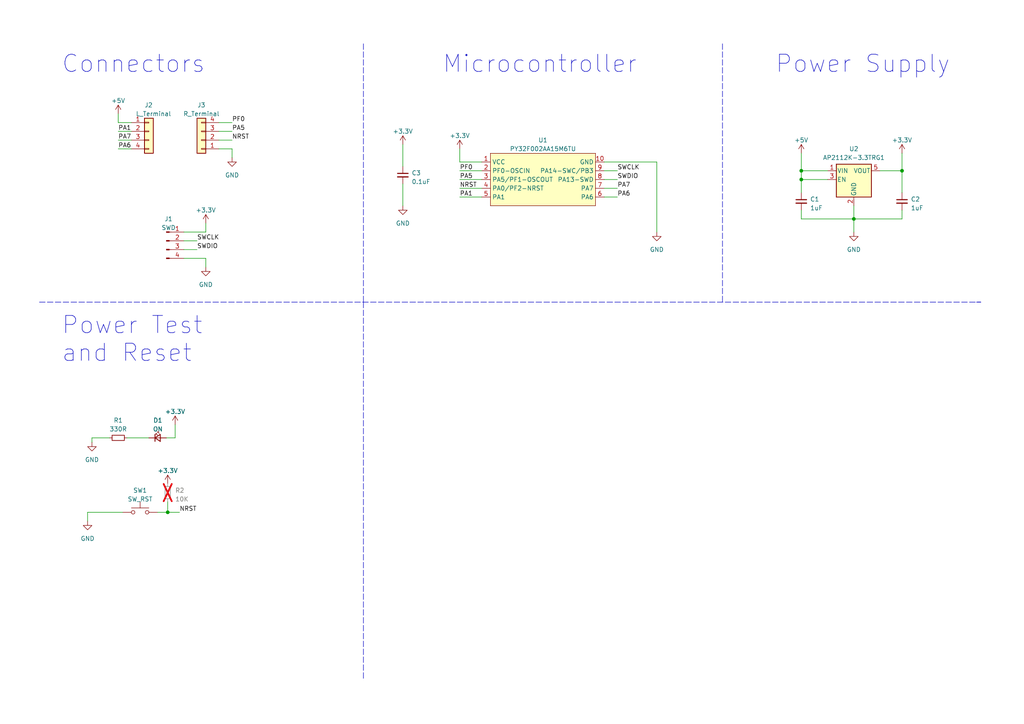
<source format=kicad_sch>
(kicad_sch (version 20230121) (generator eeschema)
  (paper "A4")
  (title_block (title "PUYA Board Prototype") (date "2023-05-17") (rev "1.0") (company "Electronic Cats") (comment 3 "Andrea Zavala G"))
  (lib_symbols
    (symbol "Connector:Conn_01x04_Pin" (pin_names (offset 1.016) hide)
      (property "Reference" "J" (at 0 5.08 0))
      (property "Value" "Conn_01x04_Pin" (at 0 -7.62 0))
      (symbol "Conn_01x04_Pin_1_1"
        (polyline (pts (xy 1.27 -5.08) (xy 0.8636 -5.08)) (stroke (width 0.1524)))
        (polyline (pts (xy 1.27 -2.54) (xy 0.8636 -2.54)) (stroke (width 0.1524)))
        (polyline (pts (xy 1.27 0) (xy 0.8636 0)) (stroke (width 0.1524)))
        (polyline (pts (xy 1.27 2.54) (xy 0.8636 2.54)) (stroke (width 0.1524)))
        (rectangle (start 0.8636 -4.953) (end 0 -5.207) (stroke (width 0.1524)) (fill (type outline)))
        (rectangle (start 0.8636 -2.413) (end 0 -2.667) (stroke (width 0.1524)) (fill (type outline)))
        (rectangle (start 0.8636 0.127) (end 0 -0.127) (stroke (width 0.1524)) (fill (type outline)))
        (rectangle (start 0.8636 2.667) (end 0 2.413) (stroke (width 0.1524)) (fill (type outline)))
        (pin passive line (at 5.08 2.54 180) (length 3.81) (name "Pin_1") (number "1"))
        (pin passive line (at 5.08 0 180) (length 3.81) (name "Pin_2") (number "2"))
        (pin passive line (at 5.08 -2.54 180) (length 3.81) (name "Pin_3") (number "3"))
        (pin passive line (at 5.08 -5.08 180) (length 3.81) (name "Pin_4") (number "4"))
      )
    )
    (symbol "Connector_Generic:Conn_01x04" (pin_names (offset 1.016) hide)
      (property "Reference" "J" (at 0 5.08 0))
      (property "Value" "Conn_01x04" (at 0 -7.62 0))
      (symbol "Conn_01x04_1_1"
        (rectangle (start -1.27 -4.953) (end 0 -5.207) (stroke (width 0.1524)))
        (rectangle (start -1.27 -2.413) (end 0 -2.667) (stroke (width 0.1524)))
        (rectangle (start -1.27 0.127) (end 0 -0.127) (stroke (width 0.1524)))
        (rectangle (start -1.27 2.667) (end 0 2.413) (stroke (width 0.1524)))
        (rectangle (start -1.27 3.81) (end 1.27 -6.35) (stroke (width 0.254)) (fill (type background)))
        (pin passive line (at -5.08 2.54 0) (length 3.81) (name "Pin_1") (number "1"))
        (pin passive line (at -5.08 0 0) (length 3.81) (name "Pin_2") (number "2"))
        (pin passive line (at -5.08 -2.54 0) (length 3.81) (name "Pin_3") (number "3"))
        (pin passive line (at -5.08 -5.08 0) (length 3.81) (name "Pin_4") (number "4"))
      )
    )
    (symbol "Device:C_Small" (pin_numbers hide) (pin_names (offset 0.254) hide)
      (property "Reference" "C" (at 0.254 1.778 0))
      (property "Value" "C_Small" (at 0.254 -2.032 0))
      (symbol "C_Small_0_1"
        (polyline (pts (xy -1.524 -0.508) (xy 1.524 -0.508)) (stroke (width 0.3302)))
        (polyline (pts (xy -1.524 0.508) (xy 1.524 0.508)) (stroke (width 0.3048)))
      )
      (symbol "C_Small_1_1"
        (pin passive line (at 0 2.54 270) (length 2.032) (name "~") (number "1"))
        (pin passive line (at 0 -2.54 90) (length 2.032) (name "~") (number "2"))
      )
    )
    (symbol "Device:LED_Small" (pin_numbers hide) (pin_names (offset 0.254) hide)
      (property "Reference" "D" (at -1.27 3.175 0))
      (property "Value" "LED_Small" (at -4.445 -2.54 0))
      (symbol "LED_Small_0_1"
        (polyline (pts (xy -0.762 -1.016) (xy -0.762 1.016)) (stroke (width 0.254)))
        (polyline (pts (xy 1.016 0) (xy -0.762 0)))
        (polyline (pts (xy 0.762 -1.016) (xy -0.762 0) (xy 0.762 1.016) (xy 0.762 -1.016)) (stroke (width 0.254)))
        (polyline (pts (xy 0 0.762) (xy -0.508 1.27) (xy -0.254 1.27) (xy -0.508 1.27) (xy -0.508 1.016)))
        (polyline (pts (xy 0.508 1.27) (xy 0 1.778) (xy 0.254 1.778) (xy 0 1.778) (xy 0 1.524)))
      )
      (symbol "LED_Small_1_1"
        (pin passive line (at -2.54 0 0) (length 1.778) (name "K") (number "1"))
        (pin passive line (at 2.54 0 180) (length 1.778) (name "A") (number "2"))
      )
    )
    (symbol "Device:R_Small" (pin_numbers hide) (pin_names (offset 0.254) hide)
      (property "Reference" "R" (at 0.762 0.508 0))
      (property "Value" "R_Small" (at 0.762 -1.016 0))
      (symbol "R_Small_0_1"
        (rectangle (start -0.762 1.778) (end 0.762 -1.778) (stroke (width 0.2032)))
      )
      (symbol "R_Small_1_1"
        (pin passive line (at 0 2.54 270) (length 0.762) (name "~") (number "1"))
        (pin passive line (at 0 -2.54 90) (length 0.762) (name "~") (number "2"))
      )
    )
    (symbol "MCU_PY32F002:PY32F002AA15M6TU"
      (property "Reference" "U" (at 0 0 0))
      (property "Value" "PY32F002AA15M6TU" (at 6.35 -17.78 0))
      (symbol "PY32F002AA15M6TU_1_1"
        (rectangle (start -3.81 -1.27) (end 26.67 -16.51) (fill (type background)))
        (pin input line (at -6.35 -3.81 0) (length 2.54) (name "VCC") (number "1"))
        (pin input line (at 29.21 -3.81 180) (length 2.54) (name "GND") (number "10"))
        (pin input line (at -6.35 -6.35 0) (length 2.54) (name "PF0-OSCIN") (number "2"))
        (pin input line (at -6.35 -8.89 0) (length 2.54) (name "PA5/PF1-OSCOUT") (number "3"))
        (pin input line (at -6.35 -11.43 0) (length 2.54) (name "PA0/PF2-NRST") (number "4"))
        (pin input line (at -6.35 -13.97 0) (length 2.54) (name "PA1") (number "5"))
        (pin input line (at 29.21 -13.97 180) (length 2.54) (name "PA6") (number "6"))
        (pin input line (at 29.21 -11.43 180) (length 2.54) (name "PA7") (number "7"))
        (pin input line (at 29.21 -8.89 180) (length 2.54) (name "PA13-SWD") (number "8"))
        (pin input line (at 29.21 -6.35 180) (length 2.54) (name "PA14-SWC/PB3") (number "9"))
      )
    )
    (symbol "Regulator_Linear:AP2112K-3.3" (pin_names (offset 0.254))
      (property "Reference" "U" (at -5.08 5.715 0))
      (property "Value" "AP2112K-3.3" (at 0 5.715 0))
      (symbol "AP2112K-3.3_0_1"
        (rectangle (start -5.08 4.445) (end 5.08 -5.08) (stroke (width 0.254)) (fill (type background)))
      )
      (symbol "AP2112K-3.3_1_1"
        (pin power_in line (at -7.62 2.54 0) (length 2.54) (name "VIN") (number "1"))
        (pin power_in line (at 0 -7.62 90) (length 2.54) (name "GND") (number "2"))
        (pin input line (at -7.62 0 0) (length 2.54) (name "EN") (number "3"))
        (pin no_connect line (at 5.08 0 180) (length 2.54) hide (name "NC") (number "4"))
        (pin power_out line (at 7.62 2.54 180) (length 2.54) (name "VOUT") (number "5"))
      )
    )
    (symbol "Switch:SW_Push" (pin_numbers hide) (pin_names (offset 1.016) hide)
      (property "Reference" "SW" (at 1.27 2.54 0))
      (property "Value" "SW_Push" (at 0 -1.524 0))
      (symbol "SW_Push_0_1"
        (circle (center -2.032 0) (radius 0.508))
        (polyline (pts (xy 0 1.27) (xy 0 3.048)))
        (polyline (pts (xy 2.54 1.27) (xy -2.54 1.27)))
        (circle (center 2.032 0) (radius 0.508))
        (pin passive line (at -5.08 0 0) (length 2.54) (name "1") (number "1"))
        (pin passive line (at 5.08 0 180) (length 2.54) (name "2") (number "2"))
      )
    )
    (symbol "power:+3.3V" (power) (pin_names (offset 0))
      (property "Value" "+3.3V" (at 0 3.556 0))
      (symbol "+3.3V_0_1"
        (polyline (pts (xy -0.762 1.27) (xy 0 2.54)))
        (polyline (pts (xy 0 0) (xy 0 2.54)))
        (polyline (pts (xy 0 2.54) (xy 0.762 1.27)))
      )
      (symbol "+3.3V_1_1"
        (pin power_in line (at 0 0 90) (length 0) hide (name "+3.3V") (number "1"))
      )
    )
    (symbol "power:+5V" (power) (pin_names (offset 0))
      (property "Value" "+5V" (at 0 3.556 0))
      (symbol "+5V_0_1"
        (polyline (pts (xy -0.762 1.27) (xy 0 2.54)))
        (polyline (pts (xy 0 0) (xy 0 2.54)))
        (polyline (pts (xy 0 2.54) (xy 0.762 1.27)))
      )
      (symbol "+5V_1_1"
        (pin power_in line (at 0 0 90) (length 0) hide (name "+5V") (number "1"))
      )
    )
    (symbol "power:GND" (power) (pin_names (offset 0))
      (property "Value" "GND" (at 0 -3.81 0))
      (symbol "GND_0_1"
        (polyline (pts (xy 0 0) (xy 0 -1.27) (xy 1.27 -1.27) (xy 0 -2.54) (xy -1.27 -1.27) (xy 0 -1.27)))
      )
      (symbol "GND_1_1"
        (pin power_in line (at 0 0 270) (length 0) hide (name "GND") (number "1"))
      )
    )
  )
  (junction (at 232.41 52.07))
  (junction (at 247.65 63.5))
  (junction (at 48.641 148.59))
  (junction (at 232.41 49.53))
  (junction (at 261.62 49.53))
  (wire (pts (xy 261.62 44.45) (xy 261.62 49.53)))
  (wire (pts (xy 232.41 52.07) (xy 232.41 49.53)))
  (wire (pts (xy 232.41 44.45) (xy 232.41 49.53)))
  (wire (pts (xy 59.69 67.31) (xy 53.34 67.31)))
  (wire (pts (xy 175.26 57.15) (xy 179.07 57.15)))
  (wire (pts (xy 45.72 148.59) (xy 48.641 148.59)))
  (wire (pts (xy 59.69 77.47) (xy 59.69 74.93)))
  (wire (pts (xy 232.41 63.5) (xy 247.65 63.5)))
  (wire (pts (xy 26.67 127) (xy 26.67 128.27)))
  (wire (pts (xy 175.26 52.07) (xy 179.07 52.07)))
  (wire (pts (xy 175.26 54.61) (xy 179.07 54.61)))
  (wire (pts (xy 63.5 35.56) (xy 67.31 35.56)))
  (wire (pts (xy 232.41 49.53) (xy 240.03 49.53)))
  (wire (pts (xy 247.65 59.69) (xy 247.65 63.5)))
  (wire (pts (xy 34.29 35.56) (xy 34.29 33.02)))
  (wire (pts (xy 232.41 60.96) (xy 232.41 63.5)))
  (wire (pts (xy 139.7 46.99) (xy 133.35 46.99)))
  (wire (pts (xy 50.8 123.19) (xy 50.8 127)))
  (wire (pts (xy 48.641 148.59) (xy 52.07 148.59)))
  (polyline (pts (xy 11.43 87.63) (xy 284.48 87.63)) (stroke (width 0) (type dash)))
  (wire (pts (xy 63.5 40.64) (xy 67.31 40.64)))
  (wire (pts (xy 133.35 52.07) (xy 139.7 52.07)))
  (wire (pts (xy 261.62 63.5) (xy 247.65 63.5)))
  (wire (pts (xy 36.83 127) (xy 43.18 127)))
  (wire (pts (xy 38.1 35.56) (xy 34.29 35.56)))
  (wire (pts (xy 31.75 127) (xy 26.67 127)))
  (wire (pts (xy 25.4 148.59) (xy 25.4 151.13)))
  (wire (pts (xy 67.31 43.18) (xy 67.31 45.72)))
  (polyline (pts (xy 105.41 12.7) (xy 105.41 87.63)) (stroke (width 0) (type dash)))
  (wire (pts (xy 34.29 43.18) (xy 38.1 43.18)))
  (wire (pts (xy 53.34 69.85) (xy 57.15 69.85)))
  (wire (pts (xy 175.26 49.53) (xy 179.07 49.53)))
  (polyline (pts (xy 105.41 87.63) (xy 105.41 196.85)) (stroke (width 0) (type dash)))
  (wire (pts (xy 133.35 54.61) (xy 139.7 54.61)))
  (wire (pts (xy 133.35 49.53) (xy 139.7 49.53)))
  (polyline (pts (xy 283.21 87.63) (xy 284.48 87.63)))
  (wire (pts (xy 247.65 63.5) (xy 247.65 67.31)))
  (wire (pts (xy 35.56 148.59) (xy 25.4 148.59)))
  (wire (pts (xy 175.26 46.99) (xy 190.5 46.99)))
  (wire (pts (xy 53.34 72.39) (xy 57.15 72.39)))
  (wire (pts (xy 63.5 38.1) (xy 67.31 38.1)))
  (wire (pts (xy 116.84 41.91) (xy 116.84 48.26)))
  (wire (pts (xy 190.5 46.99) (xy 190.5 67.31)))
  (wire (pts (xy 261.62 49.53) (xy 261.62 55.88)))
  (polyline (pts (xy 209.55 12.7) (xy 209.55 87.63)) (stroke (width 0) (type dash)))
  (wire (pts (xy 232.41 52.07) (xy 232.41 55.88)))
  (wire (pts (xy 59.69 74.93) (xy 53.34 74.93)))
  (wire (pts (xy 133.35 46.99) (xy 133.35 43.18)))
  (wire (pts (xy 116.84 53.34) (xy 116.84 59.69)))
  (wire (pts (xy 261.62 49.53) (xy 255.27 49.53)))
  (wire (pts (xy 50.8 127) (xy 48.26 127)))
  (wire (pts (xy 34.29 40.64) (xy 38.1 40.64)))
  (wire (pts (xy 34.29 38.1) (xy 38.1 38.1)))
  (wire (pts (xy 261.62 60.96) (xy 261.62 63.5)))
  (wire (pts (xy 59.69 64.77) (xy 59.69 67.31)))
  (wire (pts (xy 240.03 52.07) (xy 232.41 52.07)))
  (wire (pts (xy 133.35 57.15) (xy 139.7 57.15)))
  (wire (pts (xy 63.5 43.18) (xy 67.31 43.18)))
  (wire (pts (xy 48.641 145.415) (xy 48.641 148.59)))
  (text "Power Supply" (at 224.79 21.59 0) (effects (font (size 5 5)) (justify left bottom)))
  (text "Microcontroller" (at 128.27 21.59 0) (effects (font (size 5 5)) (justify left bottom)))
  (text "Power Test \nand Reset" (at 17.78 105.41 0) (effects (font (size 5 5)) (justify left bottom)))
  (text "Connectors" (at 17.78 21.59 0) (effects (font (size 5 5)) (justify left bottom)))
  (label "PF0" (at 133.35 49.53 0))
  (label "PA6" (at 179.07 57.15 0))
  (label "PA7" (at 34.29 40.64 0))
  (label "SWDIO" (at 179.07 52.07 0))
  (label "NRST" (at 52.07 148.59 0))
  (label "PA1" (at 34.29 38.1 0))
  (label "PA1" (at 133.35 57.15 0))
  (label "PA5" (at 67.31 38.1 0))
  (label "PF0" (at 67.31 35.56 0))
  (label "PA6" (at 34.29 43.18 0))
  (label "SWCLK" (at 57.15 69.85 0))
  (label "NRST" (at 133.35 54.61 0))
  (label "SWDIO" (at 57.15 72.39 0))
  (label "PA5" (at 133.35 52.07 0))
  (label "NRST" (at 67.31 40.64 0))
  (label "PA7" (at 179.07 54.61 0))
  (label "SWCLK" (at 179.07 49.53 0))
  (symbol (lib_id "power:GND") (at 59.69 77.47 0) (unit 1)
    (property "Reference" "#PWR012" (effects hide))
    (property "Value" "GND" (at 59.69 82.55 0))
  )
  (symbol (lib_id "power:GND") (at 26.67 128.27 0) (unit 1)
    (property "Reference" "#PWR09" (effects hide))
    (property "Value" "GND" (at 26.67 133.35 0))
  )
  (symbol (lib_id "power:+3.3V") (at 59.69 64.77 0) (unit 1)
    (property "Reference" "#PWR011" (effects hide))
    (property "Value" "+3.3V" (at 59.69 60.96 0))
  )
  (symbol (lib_id "power:+3.3V") (at 48.641 140.335 0) (unit 1)
    (property "Reference" "#PWR015" (effects hide))
    (property "Value" "+3.3V" (at 48.641 136.525 0))
  )
  (symbol (lib_id "Device:C_Small") (at 116.84 50.8 0) (unit 1)
    (property "Reference" "C3" (at 119.38 50.1713 0) (effects (justify left)))
    (property "Value" "0.1uF" (at 119.38 52.7113 0) (effects (justify left)))
    (property "Footprint" "Capacitor_SMD:C_0805_2012Metric" (effects hide))
    (property "LCSC#" "C360619" (effects hide))
  )
  (symbol (lib_id "power:GND") (at 116.84 59.69 0) (unit 1)
    (property "Reference" "#PWR07" (effects hide))
    (property "Value" "GND" (at 116.84 64.77 0))
  )
  (symbol (lib_id "power:+3.3V") (at 261.62 44.45 0) (unit 1)
    (property "Reference" "#PWR03" (effects hide))
    (property "Value" "+3.3V" (at 261.62 40.64 0))
  )
  (symbol (lib_id "power:GND") (at 247.65 67.31 0) (unit 1)
    (property "Reference" "#PWR02" (effects hide))
    (property "Value" "GND" (at 247.65 72.39 0))
  )
  (symbol (lib_id "Connector_Generic:Conn_01x04") (at 43.18 38.1 0) (unit 1)
    (property "Reference" "J2" (at 41.91 30.48 0) (effects (justify left)))
    (property "Value" "L_Terminal" (at 39.37 33.02 0) (effects (justify left)))
    (property "Footprint" "Connector_PinHeader_2.54mm:PinHeader_1x04_P2.54mm_Vertical" (effects hide))
  )
  (symbol (lib_id "Connector:Conn_01x04_Pin") (at 48.26 69.85 0) (unit 1)
    (property "Reference" "J1" (at 48.895 63.5 0))
    (property "Value" "SWD" (at 48.895 66.04 0))
    (property "Footprint" "Connector_PinHeader_2.54mm:PinHeader_1x04_P2.54mm_Vertical" (effects hide))
  )
  (symbol (lib_id "Device:C_Small") (at 261.62 58.42 0) (unit 1)
    (property "Reference" "C2" (at 264.16 57.7913 0) (effects (justify left)))
    (property "Value" "1uF" (at 264.16 60.3313 0) (effects (justify left)))
    (property "Footprint" "Capacitor_SMD:C_0805_2012Metric" (effects hide))
    (property "LCSC#" "C24123" (effects hide))
  )
  (symbol (lib_id "power:GND") (at 190.5 67.31 0) (unit 1)
    (property "Reference" "#PWR06" (effects hide))
    (property "Value" "GND" (at 190.5 72.39 0))
  )
  (symbol (lib_id "power:+3.3V") (at 133.35 43.18 0) (unit 1)
    (property "Reference" "#PWR04" (effects hide))
    (property "Value" "+3.3V" (at 133.35 39.37 0))
  )
  (symbol (lib_id "MCU_PY32F002:PY32F002AA15M6TU") (at 146.05 43.18 0) (unit 1)
    (property "Reference" "U1" (at 157.48 40.64 0))
    (property "Value" "PY32F002AA15M6TU" (at 157.48 43.18 0))
    (property "Footprint" "Librarie:PY32F002AA15M" (effects hide))
    (property "Datasheet" "https://datasheet.lcsc.com/lcsc/2303271200_PUYA--PY32F002AA15M6TU_C5292058.pdf" (effects hide))
    (property "LCSC#" "C5292058" (effects hide))
  )
  (symbol (lib_id "power:GND") (at 67.31 45.72 0) (unit 1)
    (property "Reference" "#PWR014" (effects hide))
    (property "Value" "GND" (at 67.31 50.8 0))
  )
  (symbol (lib_id "Connector_Generic:Conn_01x04") (at 58.42 40.64 180) (unit 1)
    (property "Reference" "J3" (at 58.42 30.48 0))
    (property "Value" "R_Terminal" (at 58.42 33.02 0))
    (property "Footprint" "Connector_PinHeader_2.54mm:PinHeader_1x04_P2.54mm_Vertical" (effects hide))
  )
  (symbol (lib_id "Device:LED_Small") (at 45.72 127 0) (unit 1)
    (property "Reference" "D1" (at 45.7835 121.92 0))
    (property "Value" "ON" (at 45.7835 124.46 0))
    (property "Footprint" "LED_SMD:LED_0805_2012Metric" (effects hide))
    (property "LCSC#" "C130114" (effects hide))
  )
  (symbol (lib_id "power:+5V") (at 232.41 44.45 0) (unit 1)
    (property "Reference" "#PWR01" (effects hide))
    (property "Value" "+5V" (at 232.41 40.64 0))
  )
  (symbol (lib_id "Device:C_Small") (at 232.41 58.42 0) (unit 1)
    (property "Reference" "C1" (at 234.95 57.7913 0) (effects (justify left)))
    (property "Value" "1uF" (at 234.95 60.3313 0) (effects (justify left)))
    (property "Footprint" "Capacitor_SMD:C_0805_2012Metric" (effects hide))
    (property "LCSC#" "C24123" (effects hide))
  )
  (symbol (lib_id "Device:R_Small") (at 48.641 142.875 180) (unit 1) (dnp yes)
    (property "Reference" "R2" (at 50.8 142.24 0) (effects (justify right)))
    (property "Value" "10K" (at 50.8 144.78 0) (effects (justify right)))
    (property "Footprint" "Resistor_SMD:R_0805_2012Metric" (effects hide))
    (property "LCSC#" "C99198" (effects hide))
  )
  (symbol (lib_id "Switch:SW_Push") (at 40.64 148.59 0) (unit 1)
    (property "Reference" "SW1" (at 40.64 142.24 0))
    (property "Value" "SW_RST" (at 40.64 144.78 0))
    (property "Footprint" "Button_Switch_SMD:SW_SPST_TL3342" (effects hide))
    (property "LCSC#" "C318889" (effects hide))
  )
  (symbol (lib_id "power:+3.3V") (at 50.8 123.19 0) (unit 1)
    (property "Reference" "#PWR08" (effects hide))
    (property "Value" "+3.3V" (at 50.8 119.38 0))
  )
  (symbol (lib_id "power:+3.3V") (at 116.84 41.91 0) (unit 1)
    (property "Reference" "#PWR05" (effects hide))
    (property "Value" "+3.3V" (at 116.84 38.1 0))
  )
  (symbol (lib_id "power:+5V") (at 34.29 33.02 0) (unit 1)
    (property "Reference" "#PWR013" (effects hide))
    (property "Value" "+5V" (at 34.29 29.21 0))
  )
  (symbol (lib_id "Device:R_Small") (at 34.29 127 90) (unit 1)
    (property "Reference" "R1" (at 34.29 121.92 90))
    (property "Value" "330R" (at 34.29 124.46 90))
    (property "Footprint" "Resistor_SMD:R_0805_2012Metric" (effects hide))
    (property "LCSC#" "C119075" (effects hide))
  )
  (symbol (lib_id "power:GND") (at 25.4 151.13 0) (unit 1)
    (property "Reference" "#PWR010" (effects hide))
    (property "Value" "GND" (at 25.4 156.21 0))
  )
  (symbol (lib_id "Regulator_Linear:AP2112K-3.3") (at 247.65 52.07 0) (unit 1)
    (property "Reference" "U2" (at 247.65 43.18 0))
    (property "Value" "AP2112K-3.3TRG1" (at 247.65 45.72 0))
    (property "Footprint" "Package_TO_SOT_SMD:TSOT-23-5" (effects hide))
    (property "Datasheet" "https://www.diodes.com/assets/Datasheets/AP2112.pdf" (effects hide))
    (property "manf#" "621-AP7347DQ-33W5-7" (effects hide))
  )
)
</source>
